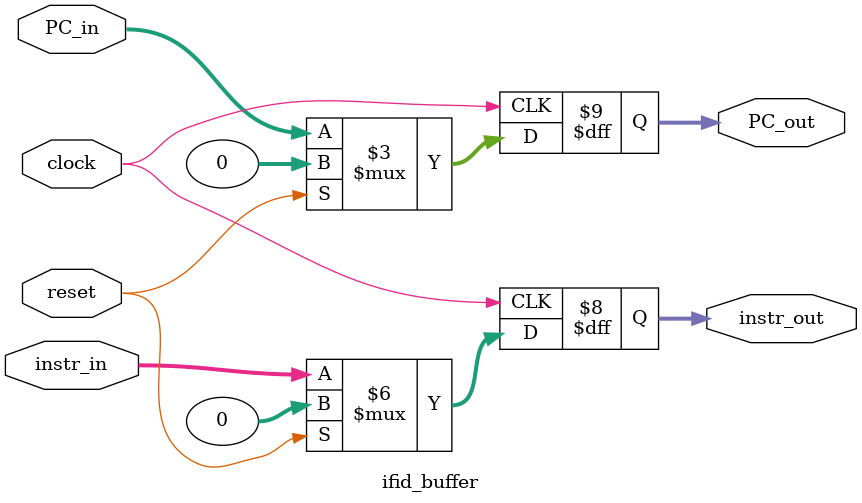
<source format=v>
`timescale 1ns / 1ps


module ifid_buffer(instr_in, PC_in, clock, reset, instr_out, PC_out);
    input [31:0] instr_in;
    input [31:0] PC_in;
    input clock, reset;
    output reg [31:0] instr_out;
    output reg [31:0] PC_out;
    
    always@ (negedge clock)begin
        if (reset) begin
            instr_out <= 32'b0;
            PC_out <= 32'b0;
        end else begin
            PC_out <= PC_in;
            instr_out <= instr_in;
        end
    end
    
endmodule
</source>
